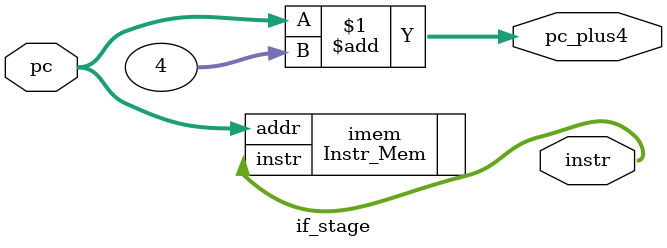
<source format=v>
module if_stage (
    input  [31:0] pc,

    output [31:0] instr,
    output [31:0] pc_plus4
);

    assign pc_plus4 = pc + 32'd4;

    Instr_Mem imem (
        .addr  (pc),
        .instr (instr)
    );

endmodule

</source>
